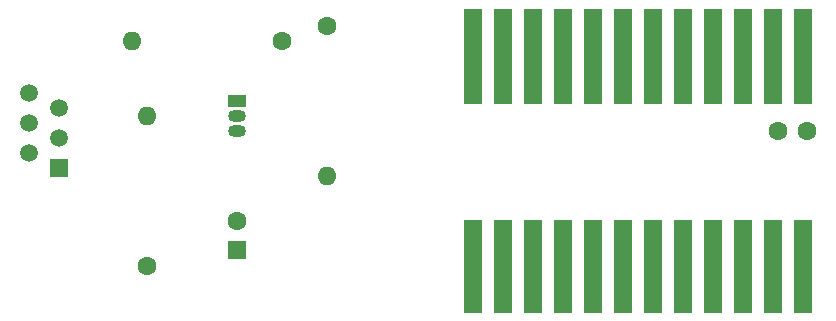
<source format=gbr>
%TF.GenerationSoftware,KiCad,Pcbnew,(6.0.9)*%
%TF.CreationDate,2022-11-20T13:44:22+01:00*%
%TF.ProjectId,esp32_ttgo_capaci,65737033-325f-4747-9467-6f5f63617061,rev?*%
%TF.SameCoordinates,Original*%
%TF.FileFunction,Copper,L2,Bot*%
%TF.FilePolarity,Positive*%
%FSLAX46Y46*%
G04 Gerber Fmt 4.6, Leading zero omitted, Abs format (unit mm)*
G04 Created by KiCad (PCBNEW (6.0.9)) date 2022-11-20 13:44:22*
%MOMM*%
%LPD*%
G01*
G04 APERTURE LIST*
%TA.AperFunction,ComponentPad*%
%ADD10C,1.600000*%
%TD*%
%TA.AperFunction,ComponentPad*%
%ADD11O,1.600000X1.600000*%
%TD*%
%TA.AperFunction,ComponentPad*%
%ADD12R,1.600000X1.600000*%
%TD*%
%TA.AperFunction,ComponentPad*%
%ADD13R,1.500000X1.050000*%
%TD*%
%TA.AperFunction,ComponentPad*%
%ADD14O,1.500000X1.050000*%
%TD*%
%TA.AperFunction,ComponentPad*%
%ADD15R,1.524000X3.000000*%
%TD*%
%TA.AperFunction,ComponentPad*%
%ADD16R,1.520000X1.520000*%
%TD*%
%TA.AperFunction,ComponentPad*%
%ADD17C,1.520000*%
%TD*%
G04 APERTURE END LIST*
D10*
%TO.P,R2,1*%
%TO.N,Net-(Q1-Pad1)*%
X55880000Y-21590000D03*
D11*
%TO.P,R2,2*%
%TO.N,Net-(R2-Pad2)*%
X55880000Y-34290000D03*
%TD*%
D12*
%TO.P,C1,1*%
%TO.N,Net-(J1-Pad1)*%
X48260000Y-40600000D03*
D10*
%TO.P,C1,2*%
%TO.N,GND*%
X48260000Y-38100000D03*
%TD*%
D13*
%TO.P,Q1,1,C*%
%TO.N,Net-(Q1-Pad1)*%
X48260000Y-27940000D03*
D14*
%TO.P,Q1,2,B*%
%TO.N,Net-(Q1-Pad2)*%
X48260000Y-29210000D03*
%TO.P,Q1,3,E*%
%TO.N,GND*%
X48260000Y-30480000D03*
%TD*%
D10*
%TO.P,R3,1*%
%TO.N,Net-(Q1-Pad2)*%
X52070000Y-22860000D03*
D11*
%TO.P,R3,2*%
%TO.N,Net-(J1-Pad5)*%
X39370000Y-22860000D03*
%TD*%
D10*
%TO.P,C2,1*%
%TO.N,Net-(J1-Pad1)*%
X96520000Y-30480000D03*
%TO.P,C2,2*%
%TO.N,GND*%
X94020000Y-30480000D03*
%TD*%
D15*
%TO.P,MCU1,1,5V*%
%TO.N,Net-(J1-Pad1)*%
X96175000Y-26797000D03*
X96175000Y-21590000D03*
X96175000Y-24257000D03*
%TO.P,MCU1,2,GND*%
%TO.N,GND*%
X93635000Y-26797000D03*
X93635000Y-21590000D03*
X93635000Y-24257000D03*
%TO.P,MCU1,3,GPIO27/ADC17/TOUCH7*%
%TO.N,Net-(Q1-Pad1)*%
X91095000Y-21590000D03*
X91095000Y-26797000D03*
X91095000Y-24257000D03*
%TO.P,MCU1,4,GPIO26/ADC19/DAC2*%
%TO.N,unconnected-(MCU1-Pad4)*%
X88555000Y-26797000D03*
X88555000Y-21590000D03*
X88555000Y-24257000D03*
%TO.P,MCU1,5,GPIO25/ADC18/DAC1*%
%TO.N,unconnected-(MCU1-Pad5)*%
X86015000Y-24257000D03*
X86015000Y-21590000D03*
X86015000Y-26797000D03*
%TO.P,MCU1,6,GPIO33/ADC5/TOUCH8*%
%TO.N,unconnected-(MCU1-Pad6)*%
X83475000Y-26797000D03*
X83475000Y-21590000D03*
X83475000Y-24257000D03*
%TO.P,MCU1,7,GPIO32/ADC4/TOUCH9*%
%TO.N,unconnected-(MCU1-Pad7)*%
X80935000Y-26797000D03*
X80935000Y-21590000D03*
X80935000Y-24257000D03*
%TO.P,MCU1,8,GPIO39/ADC3/SVN*%
%TO.N,unconnected-(MCU1-Pad8)*%
X78395000Y-26797000D03*
X78395000Y-24257000D03*
X78395000Y-21590000D03*
%TO.P,MCU1,9,GPIO38*%
%TO.N,unconnected-(MCU1-Pad9)*%
X75855000Y-21590000D03*
X75855000Y-24257000D03*
X75855000Y-26797000D03*
%TO.P,MCU1,10,GPIO37*%
%TO.N,unconnected-(MCU1-Pad10)*%
X73315000Y-26797000D03*
X73315000Y-24257000D03*
X73315000Y-21590000D03*
%TO.P,MCU1,11,GPIO36/ADC0*%
%TO.N,unconnected-(MCU1-Pad11)*%
X70775000Y-21590000D03*
X70775000Y-26797000D03*
X70775000Y-24257000D03*
%TO.P,MCU1,12,3V3*%
%TO.N,Net-(R2-Pad2)*%
X68235000Y-21590000D03*
X68235000Y-24257000D03*
X68235000Y-26797000D03*
%TO.P,MCU1,13,3V3*%
%TO.N,unconnected-(MCU1-Pad13)*%
X96175000Y-42037000D03*
X96175000Y-39497000D03*
X96175000Y-44450000D03*
%TO.P,MCU1,14,GND*%
%TO.N,unconnected-(MCU1-Pad14)*%
X93635000Y-44450000D03*
X93635000Y-39497000D03*
X93635000Y-42037000D03*
%TO.P,MCU1,15,GND*%
%TO.N,unconnected-(MCU1-Pad15)*%
X91095000Y-44450000D03*
X91095000Y-39497000D03*
X91095000Y-42037000D03*
%TO.P,MCU1,16,GPIO12/ADC15/TOUCH5*%
%TO.N,unconnected-(MCU1-Pad16)*%
X88555000Y-42037000D03*
X88555000Y-39497000D03*
X88555000Y-44450000D03*
%TO.P,MCU1,17,GPIO13/ADC14/TOUCH4*%
%TO.N,unconnected-(MCU1-Pad17)*%
X86015000Y-44450000D03*
X86015000Y-42037000D03*
X86015000Y-39497000D03*
%TO.P,MCU1,18,GPIO15/ADC13/TOUCH3*%
%TO.N,unconnected-(MCU1-Pad18)*%
X83475000Y-44450000D03*
X83475000Y-39497000D03*
X83475000Y-42037000D03*
%TO.P,MCU1,19,GPIO2/ADC12/TOUCH2*%
%TO.N,unconnected-(MCU1-Pad19)*%
X80935000Y-44450000D03*
X80935000Y-39497000D03*
X80935000Y-42037000D03*
%TO.P,MCU1,20,GPIO17*%
%TO.N,unconnected-(MCU1-Pad20)*%
X78395000Y-44450000D03*
X78395000Y-42037000D03*
X78395000Y-39497000D03*
%TO.P,MCU1,21,GPIO22/I2C_SCL*%
%TO.N,unconnected-(MCU1-Pad21)*%
X75855000Y-42037000D03*
X75855000Y-44450000D03*
X75855000Y-39497000D03*
%TO.P,MCU1,22,GPIO21/I2C_SDA*%
%TO.N,unconnected-(MCU1-Pad22)*%
X73315000Y-44450000D03*
X73315000Y-42037000D03*
X73315000Y-39497000D03*
%TO.P,MCU1,23,GND*%
%TO.N,unconnected-(MCU1-Pad23)*%
X70775000Y-42037000D03*
X70775000Y-39497000D03*
X70775000Y-44450000D03*
%TO.P,MCU1,24,GND*%
%TO.N,unconnected-(MCU1-Pad24)*%
X68235000Y-44450000D03*
X68235000Y-39497000D03*
X68235000Y-42037000D03*
%TD*%
D10*
%TO.P,R1,1*%
%TO.N,Net-(J1-Pad1)*%
X40640000Y-41910000D03*
D11*
%TO.P,R1,2*%
%TO.N,Net-(J1-Pad5)*%
X40640000Y-29210000D03*
%TD*%
D16*
%TO.P,J1,1*%
%TO.N,Net-(J1-Pad1)*%
X33170000Y-33650000D03*
D17*
%TO.P,J1,2*%
X30630000Y-32380000D03*
%TO.P,J1,3*%
%TO.N,GND*%
X33170000Y-31110000D03*
%TO.P,J1,4*%
%TO.N,unconnected-(J1-Pad4)*%
X30630000Y-29840000D03*
%TO.P,J1,5*%
%TO.N,Net-(J1-Pad5)*%
X33170000Y-28570000D03*
%TO.P,J1,6*%
%TO.N,GND*%
X30630000Y-27300000D03*
%TD*%
M02*

</source>
